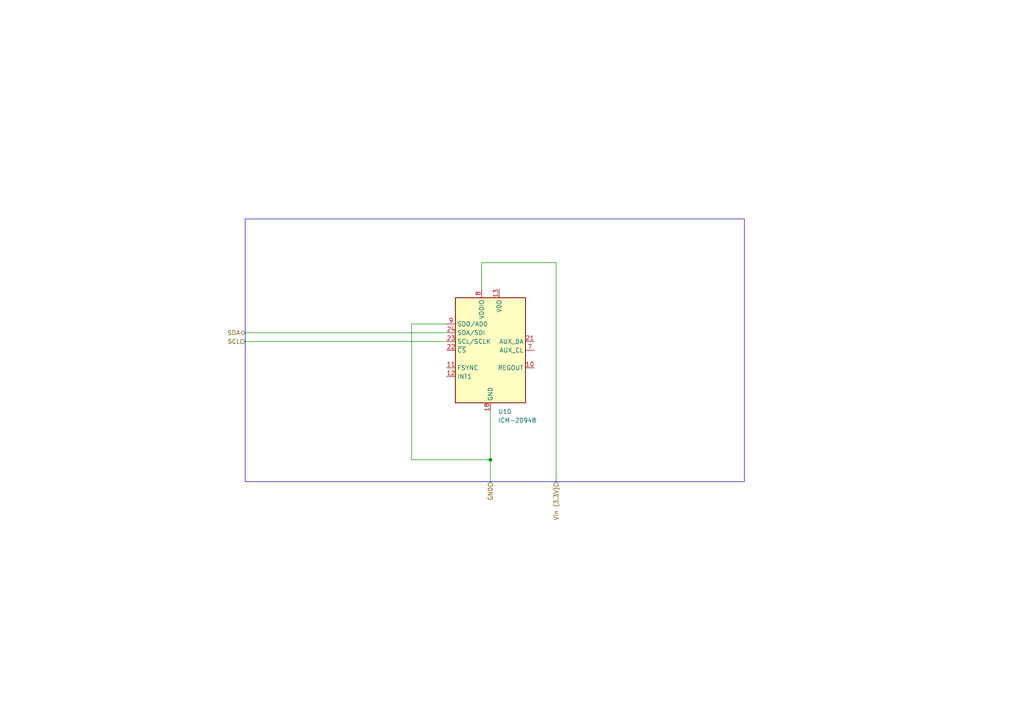
<source format=kicad_sch>
(kicad_sch (version 20231120) (generator "eeschema") (generator_version "8.0")
  (paper "A4")
  (lib_symbols
    (symbol "Sensor_Motion:ICM-20948"
      (property "Reference" "U" (at -11.43 16.51 0))
      (property "Value" "ICM-20948" (at 7.62 -16.51 0))
      (symbol "ICM-20948_0_1"
        (rectangle (start -10.16 15.24) (end 10.16 -15.24) (stroke (width 0.254)) (fill (type background)))
      )
      (symbol "ICM-20948_1_1"
        (pin no_connect line (at -10.16 12.7 0) (length 2.54) hide (name "NC") (number "1"))
        (pin passive line (at 12.7 -5.08 180) (length 2.54) (name "REGOUT") (number "10"))
        (pin input line (at -12.7 -5.08 0) (length 2.54) (name "FSYNC") (number "11"))
        (pin output line (at -12.7 -7.62 0) (length 2.54) (name "INT1") (number "12"))
        (pin power_in line (at 2.54 17.78 270) (length 2.54) (name "VDD") (number "13"))
        (pin no_connect line (at 10.16 7.62 180) (length 2.54) hide (name "NC") (number "14"))
        (pin no_connect line (at 10.16 5.08 180) (length 2.54) hide (name "NC") (number "15"))
        (pin no_connect line (at 10.16 -7.62 180) (length 2.54) hide (name "NC") (number "16"))
        (pin no_connect line (at 10.16 -10.16 180) (length 2.54) hide (name "NC") (number "17"))
        (pin power_in line (at 0 -17.78 90) (length 2.54) (name "GND") (number "18"))
        (pin no_connect line (at 10.16 -12.7 180) (length 2.54) hide (name "RESV") (number "19"))
        (pin no_connect line (at -10.16 10.16 0) (length 2.54) hide (name "NC") (number "2"))
        (pin passive line (at 0 -17.78 90) (length 2.54) hide (name "GND") (number "20"))
        (pin bidirectional line (at 12.7 2.54 180) (length 2.54) (name "AUX_DA") (number "21"))
        (pin input line (at -12.7 0 0) (length 2.54) (name "~{CS}") (number "22"))
        (pin input line (at -12.7 2.54 0) (length 2.54) (name "SCL/SCLK") (number "23"))
        (pin bidirectional line (at -12.7 5.08 0) (length 2.54) (name "SDA/SDI") (number "24"))
        (pin no_connect line (at -10.16 -2.54 0) (length 2.54) hide (name "NC") (number "3"))
        (pin no_connect line (at -10.16 -10.16 0) (length 2.54) hide (name "NC") (number "4"))
        (pin no_connect line (at -10.16 -12.7 0) (length 2.54) hide (name "NC") (number "5"))
        (pin no_connect line (at 10.16 10.16 180) (length 2.54) hide (name "NC") (number "6"))
        (pin output line (at 12.7 0 180) (length 2.54) (name "AUX_CL") (number "7"))
        (pin power_in line (at -2.54 17.78 270) (length 2.54) (name "VDDIO") (number "8"))
        (pin bidirectional line (at -12.7 7.62 0) (length 2.54) (name "SDO/AD0") (number "9"))
      )
    )
  )
  (junction (at 142.24 133.35))
  (wire (pts (xy 71.12 99.06) (xy 129.54 99.06)))
  (wire (pts (xy 139.7 83.82) (xy 139.7 76.2)))
  (wire (pts (xy 139.7 76.2) (xy 161.29 76.2)))
  (wire (pts (xy 119.38 133.35) (xy 142.24 133.35)))
  (wire (pts (xy 142.24 133.35) (xy 142.24 139.7)))
  (wire (pts (xy 161.29 76.2) (xy 161.29 139.7)))
  (wire (pts (xy 119.38 93.98) (xy 119.38 133.35)))
  (wire (pts (xy 71.12 96.52) (xy 129.54 96.52)))
  (wire (pts (xy 142.24 119.38) (xy 142.24 133.35)))
  (wire (pts (xy 129.54 93.98) (xy 119.38 93.98)))
  (rectangle (start 71.12 63.5) (end 215.9 139.7))
  (hierarchical_label "SDA" (shape bidirectional) (at 71.12 96.52 180))
  (hierarchical_label "SCL" (shape input) (at 71.12 99.06 180))
  (hierarchical_label "Vin (3.3V)" (shape input) (at 161.29 139.7 270))
  (hierarchical_label "GND" (shape input) (at 142.24 139.7 270))
  (symbol (lib_id "Sensor_Motion:ICM-20948") (at 142.24 101.6 0) (unit 1)
    (property "Reference" "U10" (at 144.4341 119.38 0) (effects (justify left)))
    (property "Value" "ICM-20948" (at 144.4341 121.92 0) (effects (justify left)))
    (property "Footprint" "Sensor_Motion:InvenSense_QFN-24_3x3mm_P0.4mm" (effects (hide yes)))
    (property "Datasheet" "http://www.invensense.com/wp-content/uploads/2016/06/DS-000189-ICM-20948-v1.3.pdf" (effects (hide yes)))
    (property "Description" "InvenSense 9-Axis Motion Sensor, Accelerometer, Gyroscope, Compass, I2C/SPI, QFN-24" (effects (hide yes)))
  )
)
</source>
